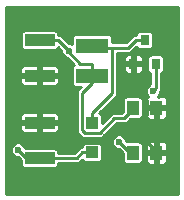
<source format=gbl>
G04 #@! TF.FileFunction,Copper,L2,Bot,Signal*
%FSLAX46Y46*%
G04 Gerber Fmt 4.6, Leading zero omitted, Abs format (unit mm)*
G04 Created by KiCad (PCBNEW 4.0.4-stable) date 09/14/17 15:41:31*
%MOMM*%
%LPD*%
G01*
G04 APERTURE LIST*
%ADD10C,0.100000*%
%ADD11R,1.000000X1.250000*%
%ADD12R,0.800000X0.900000*%
%ADD13R,2.500000X1.000000*%
%ADD14R,2.700000X1.300000*%
%ADD15R,1.000000X1.000000*%
%ADD16C,0.600000*%
%ADD17C,0.250000*%
%ADD18C,0.254000*%
G04 APERTURE END LIST*
D10*
D11*
X122285000Y-69215000D03*
X120285000Y-69215000D03*
D12*
X122235000Y-61690000D03*
X120335000Y-61690000D03*
X121285000Y-59690000D03*
D11*
X120285000Y-65405000D03*
X122285000Y-65405000D03*
D13*
X112395000Y-62690000D03*
X112395000Y-59690000D03*
X112395000Y-69675000D03*
X112395000Y-66675000D03*
D14*
X116840000Y-60155000D03*
X116840000Y-62695000D03*
D15*
X116840000Y-69195000D03*
X116840000Y-66695000D03*
D16*
X120684900Y-66792500D03*
X114878400Y-60592300D03*
X122001500Y-63992500D03*
X119118200Y-68304600D03*
X110586000Y-68978500D03*
D17*
X122285000Y-69215000D02*
X122285000Y-69090000D01*
X122285000Y-69090000D02*
X120684900Y-67489900D01*
X120684900Y-67489900D02*
X120684900Y-67216764D01*
X120684900Y-67216764D02*
X120684900Y-66792500D01*
X112395000Y-66675000D02*
X112395000Y-62690000D01*
X112395000Y-66675000D02*
X112395000Y-67500300D01*
X119075700Y-66792500D02*
X120684900Y-66792500D01*
X117845500Y-68022700D02*
X119075700Y-66792500D01*
X112917400Y-68022700D02*
X117845500Y-68022700D01*
X112395000Y-67500300D02*
X112917400Y-68022700D01*
X122285000Y-65405000D02*
X121459700Y-65405000D01*
X121459700Y-64753100D02*
X121459700Y-65405000D01*
X120335000Y-63628400D02*
X121459700Y-64753100D01*
X120335000Y-61690000D02*
X120335000Y-63628400D01*
X121459700Y-66017700D02*
X121459700Y-65405000D01*
X120684900Y-66792500D02*
X121459700Y-66017700D01*
X120285000Y-65405000D02*
X120285000Y-65530000D01*
X120285000Y-65530000D02*
X119535000Y-66280000D01*
X114878400Y-60718400D02*
X114878400Y-60592300D01*
X119535000Y-66280000D02*
X118731800Y-66280000D01*
X115859700Y-61699700D02*
X114878400Y-60718400D01*
X118731800Y-66280000D02*
X117491500Y-67520300D01*
X117491500Y-67520300D02*
X116205200Y-67520300D01*
X116205200Y-67520300D02*
X116014700Y-67329800D01*
X116840000Y-61699700D02*
X115859700Y-61699700D01*
X116014700Y-67329800D02*
X116014700Y-64175600D01*
X116014700Y-64175600D02*
X116840000Y-63350300D01*
X116840000Y-63350300D02*
X116840000Y-61699700D01*
X112395000Y-59690000D02*
X113970300Y-59690000D01*
X113976100Y-59690000D02*
X114878400Y-60592300D01*
X113970300Y-59690000D02*
X113976100Y-59690000D01*
X116840000Y-66695000D02*
X116840000Y-65869700D01*
X116840000Y-60325000D02*
X118515300Y-60325000D01*
X119924700Y-60325000D02*
X118515300Y-60325000D01*
X120559700Y-59690000D02*
X119924700Y-60325000D01*
X118515300Y-64194400D02*
X116840000Y-65869700D01*
X118515300Y-60325000D02*
X118515300Y-64194400D01*
X121285000Y-59690000D02*
X120559700Y-59690000D01*
X122235000Y-63759000D02*
X122001500Y-63992500D01*
X122235000Y-61690000D02*
X122235000Y-63759000D01*
X120285000Y-69215000D02*
X120028600Y-69215000D01*
X120028600Y-69215000D02*
X119118200Y-68304600D01*
X112395000Y-69675000D02*
X111282500Y-69675000D01*
X111282500Y-69675000D02*
X110586000Y-68978500D01*
X116840000Y-69195000D02*
X116014700Y-69195000D01*
X115534700Y-69675000D02*
X112395000Y-69675000D01*
X116014700Y-69195000D02*
X115534700Y-69675000D01*
D18*
G36*
X124131000Y-72696000D02*
X109549000Y-72696000D01*
X109549000Y-69102671D01*
X109958891Y-69102671D01*
X110054145Y-69333203D01*
X110230369Y-69509735D01*
X110460735Y-69605391D01*
X110573766Y-69605490D01*
X110811594Y-69843318D01*
X110811594Y-70175000D01*
X110834395Y-70296179D01*
X110906012Y-70407474D01*
X111015286Y-70482138D01*
X111145000Y-70508406D01*
X113645000Y-70508406D01*
X113766179Y-70485605D01*
X113877474Y-70413988D01*
X113952138Y-70304714D01*
X113978406Y-70175000D01*
X113978406Y-70127000D01*
X115534700Y-70127000D01*
X115707673Y-70092594D01*
X115854312Y-69994612D01*
X116030707Y-69818218D01*
X116101012Y-69927474D01*
X116210286Y-70002138D01*
X116340000Y-70028406D01*
X117340000Y-70028406D01*
X117461179Y-70005605D01*
X117572474Y-69933988D01*
X117647138Y-69824714D01*
X117673406Y-69695000D01*
X117673406Y-68695000D01*
X117650605Y-68573821D01*
X117578988Y-68462526D01*
X117529587Y-68428771D01*
X118491091Y-68428771D01*
X118586345Y-68659303D01*
X118762569Y-68835835D01*
X118992935Y-68931491D01*
X119105966Y-68931590D01*
X119451594Y-69277218D01*
X119451594Y-69840000D01*
X119474395Y-69961179D01*
X119546012Y-70072474D01*
X119655286Y-70147138D01*
X119785000Y-70173406D01*
X120785000Y-70173406D01*
X120906179Y-70150605D01*
X121017474Y-70078988D01*
X121092138Y-69969714D01*
X121118406Y-69840000D01*
X121118406Y-69437250D01*
X121404000Y-69437250D01*
X121404000Y-69915785D01*
X121462004Y-70055819D01*
X121569180Y-70162996D01*
X121709214Y-70221000D01*
X122062750Y-70221000D01*
X122158000Y-70125750D01*
X122158000Y-69342000D01*
X122412000Y-69342000D01*
X122412000Y-70125750D01*
X122507250Y-70221000D01*
X122860786Y-70221000D01*
X123000820Y-70162996D01*
X123107996Y-70055819D01*
X123166000Y-69915785D01*
X123166000Y-69437250D01*
X123070750Y-69342000D01*
X122412000Y-69342000D01*
X122158000Y-69342000D01*
X121499250Y-69342000D01*
X121404000Y-69437250D01*
X121118406Y-69437250D01*
X121118406Y-68590000D01*
X121104147Y-68514215D01*
X121404000Y-68514215D01*
X121404000Y-68992750D01*
X121499250Y-69088000D01*
X122158000Y-69088000D01*
X122158000Y-68304250D01*
X122412000Y-68304250D01*
X122412000Y-69088000D01*
X123070750Y-69088000D01*
X123166000Y-68992750D01*
X123166000Y-68514215D01*
X123107996Y-68374181D01*
X123000820Y-68267004D01*
X122860786Y-68209000D01*
X122507250Y-68209000D01*
X122412000Y-68304250D01*
X122158000Y-68304250D01*
X122062750Y-68209000D01*
X121709214Y-68209000D01*
X121569180Y-68267004D01*
X121462004Y-68374181D01*
X121404000Y-68514215D01*
X121104147Y-68514215D01*
X121095605Y-68468821D01*
X121023988Y-68357526D01*
X120914714Y-68282862D01*
X120785000Y-68256594D01*
X119785000Y-68256594D01*
X119745236Y-68264076D01*
X119745309Y-68180429D01*
X119650055Y-67949897D01*
X119473831Y-67773365D01*
X119243465Y-67677709D01*
X118994029Y-67677491D01*
X118763497Y-67772745D01*
X118586965Y-67948969D01*
X118491309Y-68179335D01*
X118491091Y-68428771D01*
X117529587Y-68428771D01*
X117469714Y-68387862D01*
X117340000Y-68361594D01*
X116340000Y-68361594D01*
X116218821Y-68384395D01*
X116107526Y-68456012D01*
X116032862Y-68565286D01*
X116006594Y-68695000D01*
X116006594Y-68744612D01*
X115841727Y-68777406D01*
X115695088Y-68875387D01*
X115347476Y-69223000D01*
X113978406Y-69223000D01*
X113978406Y-69175000D01*
X113955605Y-69053821D01*
X113883988Y-68942526D01*
X113774714Y-68867862D01*
X113645000Y-68841594D01*
X111207847Y-68841594D01*
X111117855Y-68623797D01*
X110941631Y-68447265D01*
X110711265Y-68351609D01*
X110461829Y-68351391D01*
X110231297Y-68446645D01*
X110054765Y-68622869D01*
X109959109Y-68853235D01*
X109958891Y-69102671D01*
X109549000Y-69102671D01*
X109549000Y-66897250D01*
X110764000Y-66897250D01*
X110764000Y-67250786D01*
X110822004Y-67390820D01*
X110929181Y-67497996D01*
X111069215Y-67556000D01*
X112172750Y-67556000D01*
X112268000Y-67460750D01*
X112268000Y-66802000D01*
X112522000Y-66802000D01*
X112522000Y-67460750D01*
X112617250Y-67556000D01*
X113720785Y-67556000D01*
X113860819Y-67497996D01*
X113967996Y-67390820D01*
X114026000Y-67250786D01*
X114026000Y-66897250D01*
X113930750Y-66802000D01*
X112522000Y-66802000D01*
X112268000Y-66802000D01*
X110859250Y-66802000D01*
X110764000Y-66897250D01*
X109549000Y-66897250D01*
X109549000Y-66099214D01*
X110764000Y-66099214D01*
X110764000Y-66452750D01*
X110859250Y-66548000D01*
X112268000Y-66548000D01*
X112268000Y-65889250D01*
X112522000Y-65889250D01*
X112522000Y-66548000D01*
X113930750Y-66548000D01*
X114026000Y-66452750D01*
X114026000Y-66099214D01*
X113967996Y-65959180D01*
X113860819Y-65852004D01*
X113720785Y-65794000D01*
X112617250Y-65794000D01*
X112522000Y-65889250D01*
X112268000Y-65889250D01*
X112172750Y-65794000D01*
X111069215Y-65794000D01*
X110929181Y-65852004D01*
X110822004Y-65959180D01*
X110764000Y-66099214D01*
X109549000Y-66099214D01*
X109549000Y-62912250D01*
X110764000Y-62912250D01*
X110764000Y-63265786D01*
X110822004Y-63405820D01*
X110929181Y-63512996D01*
X111069215Y-63571000D01*
X112172750Y-63571000D01*
X112268000Y-63475750D01*
X112268000Y-62817000D01*
X112522000Y-62817000D01*
X112522000Y-63475750D01*
X112617250Y-63571000D01*
X113720785Y-63571000D01*
X113860819Y-63512996D01*
X113967996Y-63405820D01*
X114026000Y-63265786D01*
X114026000Y-62912250D01*
X113930750Y-62817000D01*
X112522000Y-62817000D01*
X112268000Y-62817000D01*
X110859250Y-62817000D01*
X110764000Y-62912250D01*
X109549000Y-62912250D01*
X109549000Y-62114214D01*
X110764000Y-62114214D01*
X110764000Y-62467750D01*
X110859250Y-62563000D01*
X112268000Y-62563000D01*
X112268000Y-61904250D01*
X112522000Y-61904250D01*
X112522000Y-62563000D01*
X113930750Y-62563000D01*
X114026000Y-62467750D01*
X114026000Y-62114214D01*
X113967996Y-61974180D01*
X113860819Y-61867004D01*
X113720785Y-61809000D01*
X112617250Y-61809000D01*
X112522000Y-61904250D01*
X112268000Y-61904250D01*
X112172750Y-61809000D01*
X111069215Y-61809000D01*
X110929181Y-61867004D01*
X110822004Y-61974180D01*
X110764000Y-62114214D01*
X109549000Y-62114214D01*
X109549000Y-59190000D01*
X110811594Y-59190000D01*
X110811594Y-60190000D01*
X110834395Y-60311179D01*
X110906012Y-60422474D01*
X111015286Y-60497138D01*
X111145000Y-60523406D01*
X113645000Y-60523406D01*
X113766179Y-60500605D01*
X113877474Y-60428988D01*
X113952138Y-60319714D01*
X113954572Y-60307696D01*
X114251389Y-60604513D01*
X114251291Y-60716471D01*
X114346545Y-60947003D01*
X114522769Y-61123535D01*
X114730617Y-61209841D01*
X115299669Y-61778893D01*
X115257526Y-61806012D01*
X115182862Y-61915286D01*
X115156594Y-62045000D01*
X115156594Y-63345000D01*
X115179395Y-63466179D01*
X115251012Y-63577474D01*
X115360286Y-63652138D01*
X115490000Y-63678406D01*
X115872670Y-63678406D01*
X115695088Y-63855988D01*
X115597106Y-64002627D01*
X115562700Y-64175600D01*
X115562700Y-67329800D01*
X115597106Y-67502773D01*
X115695088Y-67649412D01*
X115885588Y-67839912D01*
X116032227Y-67937894D01*
X116205200Y-67972300D01*
X117491500Y-67972300D01*
X117664473Y-67937894D01*
X117811112Y-67839912D01*
X118919024Y-66732000D01*
X119535000Y-66732000D01*
X119707973Y-66697594D01*
X119854612Y-66599612D01*
X120090818Y-66363406D01*
X120785000Y-66363406D01*
X120906179Y-66340605D01*
X121017474Y-66268988D01*
X121092138Y-66159714D01*
X121118406Y-66030000D01*
X121118406Y-65627250D01*
X121404000Y-65627250D01*
X121404000Y-66105785D01*
X121462004Y-66245819D01*
X121569180Y-66352996D01*
X121709214Y-66411000D01*
X122062750Y-66411000D01*
X122158000Y-66315750D01*
X122158000Y-65532000D01*
X122412000Y-65532000D01*
X122412000Y-66315750D01*
X122507250Y-66411000D01*
X122860786Y-66411000D01*
X123000820Y-66352996D01*
X123107996Y-66245819D01*
X123166000Y-66105785D01*
X123166000Y-65627250D01*
X123070750Y-65532000D01*
X122412000Y-65532000D01*
X122158000Y-65532000D01*
X121499250Y-65532000D01*
X121404000Y-65627250D01*
X121118406Y-65627250D01*
X121118406Y-64780000D01*
X121095605Y-64658821D01*
X121023988Y-64547526D01*
X120914714Y-64472862D01*
X120785000Y-64446594D01*
X119785000Y-64446594D01*
X119663821Y-64469395D01*
X119552526Y-64541012D01*
X119477862Y-64650286D01*
X119451594Y-64780000D01*
X119451594Y-65724182D01*
X119347776Y-65828000D01*
X118731800Y-65828000D01*
X118558827Y-65862406D01*
X118412188Y-65960388D01*
X117673406Y-66699170D01*
X117673406Y-66195000D01*
X117650605Y-66073821D01*
X117578988Y-65962526D01*
X117469714Y-65887862D01*
X117462519Y-65886405D01*
X118834912Y-64514012D01*
X118932894Y-64367373D01*
X118967300Y-64194400D01*
X118967300Y-64116671D01*
X121374391Y-64116671D01*
X121469645Y-64347203D01*
X121576307Y-64454052D01*
X121569180Y-64457004D01*
X121462004Y-64564181D01*
X121404000Y-64704215D01*
X121404000Y-65182750D01*
X121499250Y-65278000D01*
X122158000Y-65278000D01*
X122158000Y-65258000D01*
X122412000Y-65258000D01*
X122412000Y-65278000D01*
X123070750Y-65278000D01*
X123166000Y-65182750D01*
X123166000Y-64704215D01*
X123107996Y-64564181D01*
X123000820Y-64457004D01*
X122860786Y-64399000D01*
X122507250Y-64399000D01*
X122412002Y-64494248D01*
X122412002Y-64468653D01*
X122532735Y-64348131D01*
X122628391Y-64117765D01*
X122628522Y-63967999D01*
X122652594Y-63931973D01*
X122687000Y-63759000D01*
X122687000Y-62463622D01*
X122756179Y-62450605D01*
X122867474Y-62378988D01*
X122942138Y-62269714D01*
X122968406Y-62140000D01*
X122968406Y-61240000D01*
X122945605Y-61118821D01*
X122873988Y-61007526D01*
X122764714Y-60932862D01*
X122635000Y-60906594D01*
X121835000Y-60906594D01*
X121713821Y-60929395D01*
X121602526Y-61001012D01*
X121527862Y-61110286D01*
X121501594Y-61240000D01*
X121501594Y-62140000D01*
X121524395Y-62261179D01*
X121596012Y-62372474D01*
X121705286Y-62447138D01*
X121783000Y-62462876D01*
X121783000Y-63404367D01*
X121646797Y-63460645D01*
X121470265Y-63636869D01*
X121374609Y-63867235D01*
X121374391Y-64116671D01*
X118967300Y-64116671D01*
X118967300Y-61912250D01*
X119554000Y-61912250D01*
X119554000Y-62215786D01*
X119612004Y-62355820D01*
X119719181Y-62462996D01*
X119859215Y-62521000D01*
X120112750Y-62521000D01*
X120208000Y-62425750D01*
X120208000Y-61817000D01*
X120462000Y-61817000D01*
X120462000Y-62425750D01*
X120557250Y-62521000D01*
X120810785Y-62521000D01*
X120950819Y-62462996D01*
X121057996Y-62355820D01*
X121116000Y-62215786D01*
X121116000Y-61912250D01*
X121020750Y-61817000D01*
X120462000Y-61817000D01*
X120208000Y-61817000D01*
X119649250Y-61817000D01*
X119554000Y-61912250D01*
X118967300Y-61912250D01*
X118967300Y-61164214D01*
X119554000Y-61164214D01*
X119554000Y-61467750D01*
X119649250Y-61563000D01*
X120208000Y-61563000D01*
X120208000Y-60954250D01*
X120462000Y-60954250D01*
X120462000Y-61563000D01*
X121020750Y-61563000D01*
X121116000Y-61467750D01*
X121116000Y-61164214D01*
X121057996Y-61024180D01*
X120950819Y-60917004D01*
X120810785Y-60859000D01*
X120557250Y-60859000D01*
X120462000Y-60954250D01*
X120208000Y-60954250D01*
X120112750Y-60859000D01*
X119859215Y-60859000D01*
X119719181Y-60917004D01*
X119612004Y-61024180D01*
X119554000Y-61164214D01*
X118967300Y-61164214D01*
X118967300Y-60777000D01*
X119924700Y-60777000D01*
X120097673Y-60742594D01*
X120244312Y-60644612D01*
X120595284Y-60293641D01*
X120646012Y-60372474D01*
X120755286Y-60447138D01*
X120885000Y-60473406D01*
X121685000Y-60473406D01*
X121806179Y-60450605D01*
X121917474Y-60378988D01*
X121992138Y-60269714D01*
X122018406Y-60140000D01*
X122018406Y-59240000D01*
X121995605Y-59118821D01*
X121923988Y-59007526D01*
X121814714Y-58932862D01*
X121685000Y-58906594D01*
X120885000Y-58906594D01*
X120763821Y-58929395D01*
X120652526Y-59001012D01*
X120577862Y-59110286D01*
X120551676Y-59239596D01*
X120386727Y-59272406D01*
X120240088Y-59370387D01*
X119737476Y-59873000D01*
X118523406Y-59873000D01*
X118523406Y-59505000D01*
X118500605Y-59383821D01*
X118428988Y-59272526D01*
X118319714Y-59197862D01*
X118190000Y-59171594D01*
X115490000Y-59171594D01*
X115368821Y-59194395D01*
X115257526Y-59266012D01*
X115182862Y-59375286D01*
X115156594Y-59505000D01*
X115156594Y-60028910D01*
X115003665Y-59965409D01*
X114890634Y-59965310D01*
X114295712Y-59370388D01*
X114149073Y-59272406D01*
X113978406Y-59238459D01*
X113978406Y-59190000D01*
X113955605Y-59068821D01*
X113883988Y-58957526D01*
X113774714Y-58882862D01*
X113645000Y-58856594D01*
X111145000Y-58856594D01*
X111023821Y-58879395D01*
X110912526Y-58951012D01*
X110837862Y-59060286D01*
X110811594Y-59190000D01*
X109549000Y-59190000D01*
X109549000Y-56844000D01*
X124131000Y-56844000D01*
X124131000Y-72696000D01*
X124131000Y-72696000D01*
G37*
X124131000Y-72696000D02*
X109549000Y-72696000D01*
X109549000Y-69102671D01*
X109958891Y-69102671D01*
X110054145Y-69333203D01*
X110230369Y-69509735D01*
X110460735Y-69605391D01*
X110573766Y-69605490D01*
X110811594Y-69843318D01*
X110811594Y-70175000D01*
X110834395Y-70296179D01*
X110906012Y-70407474D01*
X111015286Y-70482138D01*
X111145000Y-70508406D01*
X113645000Y-70508406D01*
X113766179Y-70485605D01*
X113877474Y-70413988D01*
X113952138Y-70304714D01*
X113978406Y-70175000D01*
X113978406Y-70127000D01*
X115534700Y-70127000D01*
X115707673Y-70092594D01*
X115854312Y-69994612D01*
X116030707Y-69818218D01*
X116101012Y-69927474D01*
X116210286Y-70002138D01*
X116340000Y-70028406D01*
X117340000Y-70028406D01*
X117461179Y-70005605D01*
X117572474Y-69933988D01*
X117647138Y-69824714D01*
X117673406Y-69695000D01*
X117673406Y-68695000D01*
X117650605Y-68573821D01*
X117578988Y-68462526D01*
X117529587Y-68428771D01*
X118491091Y-68428771D01*
X118586345Y-68659303D01*
X118762569Y-68835835D01*
X118992935Y-68931491D01*
X119105966Y-68931590D01*
X119451594Y-69277218D01*
X119451594Y-69840000D01*
X119474395Y-69961179D01*
X119546012Y-70072474D01*
X119655286Y-70147138D01*
X119785000Y-70173406D01*
X120785000Y-70173406D01*
X120906179Y-70150605D01*
X121017474Y-70078988D01*
X121092138Y-69969714D01*
X121118406Y-69840000D01*
X121118406Y-69437250D01*
X121404000Y-69437250D01*
X121404000Y-69915785D01*
X121462004Y-70055819D01*
X121569180Y-70162996D01*
X121709214Y-70221000D01*
X122062750Y-70221000D01*
X122158000Y-70125750D01*
X122158000Y-69342000D01*
X122412000Y-69342000D01*
X122412000Y-70125750D01*
X122507250Y-70221000D01*
X122860786Y-70221000D01*
X123000820Y-70162996D01*
X123107996Y-70055819D01*
X123166000Y-69915785D01*
X123166000Y-69437250D01*
X123070750Y-69342000D01*
X122412000Y-69342000D01*
X122158000Y-69342000D01*
X121499250Y-69342000D01*
X121404000Y-69437250D01*
X121118406Y-69437250D01*
X121118406Y-68590000D01*
X121104147Y-68514215D01*
X121404000Y-68514215D01*
X121404000Y-68992750D01*
X121499250Y-69088000D01*
X122158000Y-69088000D01*
X122158000Y-68304250D01*
X122412000Y-68304250D01*
X122412000Y-69088000D01*
X123070750Y-69088000D01*
X123166000Y-68992750D01*
X123166000Y-68514215D01*
X123107996Y-68374181D01*
X123000820Y-68267004D01*
X122860786Y-68209000D01*
X122507250Y-68209000D01*
X122412000Y-68304250D01*
X122158000Y-68304250D01*
X122062750Y-68209000D01*
X121709214Y-68209000D01*
X121569180Y-68267004D01*
X121462004Y-68374181D01*
X121404000Y-68514215D01*
X121104147Y-68514215D01*
X121095605Y-68468821D01*
X121023988Y-68357526D01*
X120914714Y-68282862D01*
X120785000Y-68256594D01*
X119785000Y-68256594D01*
X119745236Y-68264076D01*
X119745309Y-68180429D01*
X119650055Y-67949897D01*
X119473831Y-67773365D01*
X119243465Y-67677709D01*
X118994029Y-67677491D01*
X118763497Y-67772745D01*
X118586965Y-67948969D01*
X118491309Y-68179335D01*
X118491091Y-68428771D01*
X117529587Y-68428771D01*
X117469714Y-68387862D01*
X117340000Y-68361594D01*
X116340000Y-68361594D01*
X116218821Y-68384395D01*
X116107526Y-68456012D01*
X116032862Y-68565286D01*
X116006594Y-68695000D01*
X116006594Y-68744612D01*
X115841727Y-68777406D01*
X115695088Y-68875387D01*
X115347476Y-69223000D01*
X113978406Y-69223000D01*
X113978406Y-69175000D01*
X113955605Y-69053821D01*
X113883988Y-68942526D01*
X113774714Y-68867862D01*
X113645000Y-68841594D01*
X111207847Y-68841594D01*
X111117855Y-68623797D01*
X110941631Y-68447265D01*
X110711265Y-68351609D01*
X110461829Y-68351391D01*
X110231297Y-68446645D01*
X110054765Y-68622869D01*
X109959109Y-68853235D01*
X109958891Y-69102671D01*
X109549000Y-69102671D01*
X109549000Y-66897250D01*
X110764000Y-66897250D01*
X110764000Y-67250786D01*
X110822004Y-67390820D01*
X110929181Y-67497996D01*
X111069215Y-67556000D01*
X112172750Y-67556000D01*
X112268000Y-67460750D01*
X112268000Y-66802000D01*
X112522000Y-66802000D01*
X112522000Y-67460750D01*
X112617250Y-67556000D01*
X113720785Y-67556000D01*
X113860819Y-67497996D01*
X113967996Y-67390820D01*
X114026000Y-67250786D01*
X114026000Y-66897250D01*
X113930750Y-66802000D01*
X112522000Y-66802000D01*
X112268000Y-66802000D01*
X110859250Y-66802000D01*
X110764000Y-66897250D01*
X109549000Y-66897250D01*
X109549000Y-66099214D01*
X110764000Y-66099214D01*
X110764000Y-66452750D01*
X110859250Y-66548000D01*
X112268000Y-66548000D01*
X112268000Y-65889250D01*
X112522000Y-65889250D01*
X112522000Y-66548000D01*
X113930750Y-66548000D01*
X114026000Y-66452750D01*
X114026000Y-66099214D01*
X113967996Y-65959180D01*
X113860819Y-65852004D01*
X113720785Y-65794000D01*
X112617250Y-65794000D01*
X112522000Y-65889250D01*
X112268000Y-65889250D01*
X112172750Y-65794000D01*
X111069215Y-65794000D01*
X110929181Y-65852004D01*
X110822004Y-65959180D01*
X110764000Y-66099214D01*
X109549000Y-66099214D01*
X109549000Y-62912250D01*
X110764000Y-62912250D01*
X110764000Y-63265786D01*
X110822004Y-63405820D01*
X110929181Y-63512996D01*
X111069215Y-63571000D01*
X112172750Y-63571000D01*
X112268000Y-63475750D01*
X112268000Y-62817000D01*
X112522000Y-62817000D01*
X112522000Y-63475750D01*
X112617250Y-63571000D01*
X113720785Y-63571000D01*
X113860819Y-63512996D01*
X113967996Y-63405820D01*
X114026000Y-63265786D01*
X114026000Y-62912250D01*
X113930750Y-62817000D01*
X112522000Y-62817000D01*
X112268000Y-62817000D01*
X110859250Y-62817000D01*
X110764000Y-62912250D01*
X109549000Y-62912250D01*
X109549000Y-62114214D01*
X110764000Y-62114214D01*
X110764000Y-62467750D01*
X110859250Y-62563000D01*
X112268000Y-62563000D01*
X112268000Y-61904250D01*
X112522000Y-61904250D01*
X112522000Y-62563000D01*
X113930750Y-62563000D01*
X114026000Y-62467750D01*
X114026000Y-62114214D01*
X113967996Y-61974180D01*
X113860819Y-61867004D01*
X113720785Y-61809000D01*
X112617250Y-61809000D01*
X112522000Y-61904250D01*
X112268000Y-61904250D01*
X112172750Y-61809000D01*
X111069215Y-61809000D01*
X110929181Y-61867004D01*
X110822004Y-61974180D01*
X110764000Y-62114214D01*
X109549000Y-62114214D01*
X109549000Y-59190000D01*
X110811594Y-59190000D01*
X110811594Y-60190000D01*
X110834395Y-60311179D01*
X110906012Y-60422474D01*
X111015286Y-60497138D01*
X111145000Y-60523406D01*
X113645000Y-60523406D01*
X113766179Y-60500605D01*
X113877474Y-60428988D01*
X113952138Y-60319714D01*
X113954572Y-60307696D01*
X114251389Y-60604513D01*
X114251291Y-60716471D01*
X114346545Y-60947003D01*
X114522769Y-61123535D01*
X114730617Y-61209841D01*
X115299669Y-61778893D01*
X115257526Y-61806012D01*
X115182862Y-61915286D01*
X115156594Y-62045000D01*
X115156594Y-63345000D01*
X115179395Y-63466179D01*
X115251012Y-63577474D01*
X115360286Y-63652138D01*
X115490000Y-63678406D01*
X115872670Y-63678406D01*
X115695088Y-63855988D01*
X115597106Y-64002627D01*
X115562700Y-64175600D01*
X115562700Y-67329800D01*
X115597106Y-67502773D01*
X115695088Y-67649412D01*
X115885588Y-67839912D01*
X116032227Y-67937894D01*
X116205200Y-67972300D01*
X117491500Y-67972300D01*
X117664473Y-67937894D01*
X117811112Y-67839912D01*
X118919024Y-66732000D01*
X119535000Y-66732000D01*
X119707973Y-66697594D01*
X119854612Y-66599612D01*
X120090818Y-66363406D01*
X120785000Y-66363406D01*
X120906179Y-66340605D01*
X121017474Y-66268988D01*
X121092138Y-66159714D01*
X121118406Y-66030000D01*
X121118406Y-65627250D01*
X121404000Y-65627250D01*
X121404000Y-66105785D01*
X121462004Y-66245819D01*
X121569180Y-66352996D01*
X121709214Y-66411000D01*
X122062750Y-66411000D01*
X122158000Y-66315750D01*
X122158000Y-65532000D01*
X122412000Y-65532000D01*
X122412000Y-66315750D01*
X122507250Y-66411000D01*
X122860786Y-66411000D01*
X123000820Y-66352996D01*
X123107996Y-66245819D01*
X123166000Y-66105785D01*
X123166000Y-65627250D01*
X123070750Y-65532000D01*
X122412000Y-65532000D01*
X122158000Y-65532000D01*
X121499250Y-65532000D01*
X121404000Y-65627250D01*
X121118406Y-65627250D01*
X121118406Y-64780000D01*
X121095605Y-64658821D01*
X121023988Y-64547526D01*
X120914714Y-64472862D01*
X120785000Y-64446594D01*
X119785000Y-64446594D01*
X119663821Y-64469395D01*
X119552526Y-64541012D01*
X119477862Y-64650286D01*
X119451594Y-64780000D01*
X119451594Y-65724182D01*
X119347776Y-65828000D01*
X118731800Y-65828000D01*
X118558827Y-65862406D01*
X118412188Y-65960388D01*
X117673406Y-66699170D01*
X117673406Y-66195000D01*
X117650605Y-66073821D01*
X117578988Y-65962526D01*
X117469714Y-65887862D01*
X117462519Y-65886405D01*
X118834912Y-64514012D01*
X118932894Y-64367373D01*
X118967300Y-64194400D01*
X118967300Y-64116671D01*
X121374391Y-64116671D01*
X121469645Y-64347203D01*
X121576307Y-64454052D01*
X121569180Y-64457004D01*
X121462004Y-64564181D01*
X121404000Y-64704215D01*
X121404000Y-65182750D01*
X121499250Y-65278000D01*
X122158000Y-65278000D01*
X122158000Y-65258000D01*
X122412000Y-65258000D01*
X122412000Y-65278000D01*
X123070750Y-65278000D01*
X123166000Y-65182750D01*
X123166000Y-64704215D01*
X123107996Y-64564181D01*
X123000820Y-64457004D01*
X122860786Y-64399000D01*
X122507250Y-64399000D01*
X122412002Y-64494248D01*
X122412002Y-64468653D01*
X122532735Y-64348131D01*
X122628391Y-64117765D01*
X122628522Y-63967999D01*
X122652594Y-63931973D01*
X122687000Y-63759000D01*
X122687000Y-62463622D01*
X122756179Y-62450605D01*
X122867474Y-62378988D01*
X122942138Y-62269714D01*
X122968406Y-62140000D01*
X122968406Y-61240000D01*
X122945605Y-61118821D01*
X122873988Y-61007526D01*
X122764714Y-60932862D01*
X122635000Y-60906594D01*
X121835000Y-60906594D01*
X121713821Y-60929395D01*
X121602526Y-61001012D01*
X121527862Y-61110286D01*
X121501594Y-61240000D01*
X121501594Y-62140000D01*
X121524395Y-62261179D01*
X121596012Y-62372474D01*
X121705286Y-62447138D01*
X121783000Y-62462876D01*
X121783000Y-63404367D01*
X121646797Y-63460645D01*
X121470265Y-63636869D01*
X121374609Y-63867235D01*
X121374391Y-64116671D01*
X118967300Y-64116671D01*
X118967300Y-61912250D01*
X119554000Y-61912250D01*
X119554000Y-62215786D01*
X119612004Y-62355820D01*
X119719181Y-62462996D01*
X119859215Y-62521000D01*
X120112750Y-62521000D01*
X120208000Y-62425750D01*
X120208000Y-61817000D01*
X120462000Y-61817000D01*
X120462000Y-62425750D01*
X120557250Y-62521000D01*
X120810785Y-62521000D01*
X120950819Y-62462996D01*
X121057996Y-62355820D01*
X121116000Y-62215786D01*
X121116000Y-61912250D01*
X121020750Y-61817000D01*
X120462000Y-61817000D01*
X120208000Y-61817000D01*
X119649250Y-61817000D01*
X119554000Y-61912250D01*
X118967300Y-61912250D01*
X118967300Y-61164214D01*
X119554000Y-61164214D01*
X119554000Y-61467750D01*
X119649250Y-61563000D01*
X120208000Y-61563000D01*
X120208000Y-60954250D01*
X120462000Y-60954250D01*
X120462000Y-61563000D01*
X121020750Y-61563000D01*
X121116000Y-61467750D01*
X121116000Y-61164214D01*
X121057996Y-61024180D01*
X120950819Y-60917004D01*
X120810785Y-60859000D01*
X120557250Y-60859000D01*
X120462000Y-60954250D01*
X120208000Y-60954250D01*
X120112750Y-60859000D01*
X119859215Y-60859000D01*
X119719181Y-60917004D01*
X119612004Y-61024180D01*
X119554000Y-61164214D01*
X118967300Y-61164214D01*
X118967300Y-60777000D01*
X119924700Y-60777000D01*
X120097673Y-60742594D01*
X120244312Y-60644612D01*
X120595284Y-60293641D01*
X120646012Y-60372474D01*
X120755286Y-60447138D01*
X120885000Y-60473406D01*
X121685000Y-60473406D01*
X121806179Y-60450605D01*
X121917474Y-60378988D01*
X121992138Y-60269714D01*
X122018406Y-60140000D01*
X122018406Y-59240000D01*
X121995605Y-59118821D01*
X121923988Y-59007526D01*
X121814714Y-58932862D01*
X121685000Y-58906594D01*
X120885000Y-58906594D01*
X120763821Y-58929395D01*
X120652526Y-59001012D01*
X120577862Y-59110286D01*
X120551676Y-59239596D01*
X120386727Y-59272406D01*
X120240088Y-59370387D01*
X119737476Y-59873000D01*
X118523406Y-59873000D01*
X118523406Y-59505000D01*
X118500605Y-59383821D01*
X118428988Y-59272526D01*
X118319714Y-59197862D01*
X118190000Y-59171594D01*
X115490000Y-59171594D01*
X115368821Y-59194395D01*
X115257526Y-59266012D01*
X115182862Y-59375286D01*
X115156594Y-59505000D01*
X115156594Y-60028910D01*
X115003665Y-59965409D01*
X114890634Y-59965310D01*
X114295712Y-59370388D01*
X114149073Y-59272406D01*
X113978406Y-59238459D01*
X113978406Y-59190000D01*
X113955605Y-59068821D01*
X113883988Y-58957526D01*
X113774714Y-58882862D01*
X113645000Y-58856594D01*
X111145000Y-58856594D01*
X111023821Y-58879395D01*
X110912526Y-58951012D01*
X110837862Y-59060286D01*
X110811594Y-59190000D01*
X109549000Y-59190000D01*
X109549000Y-56844000D01*
X124131000Y-56844000D01*
X124131000Y-72696000D01*
M02*

</source>
